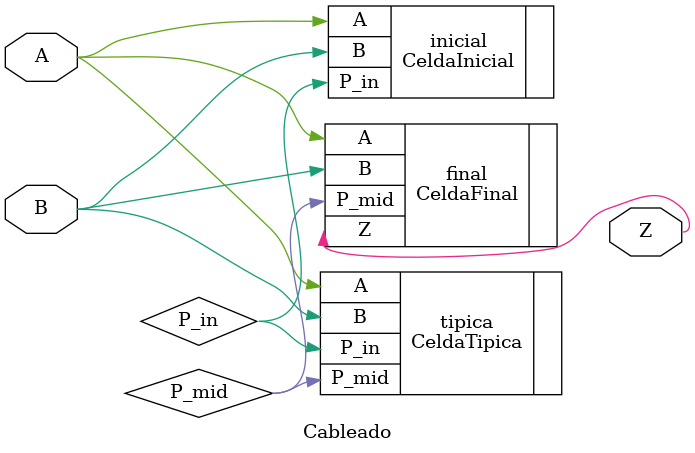
<source format=v>
module Cableado(
    output Z,
    input A,
    input B
    );

    wire P_in; // Cable intermedio entre CeldaInicial y CeldaTipica
    wire P_mid; // Cable intermedio entre CeldaTipica y CeldaFinal

    // Instancias de las celdas
    CeldaInicial inicial(
        .P_in(P_in),
        .A(A),
        .B(B)
    );

    CeldaTipica tipica(
        .P_mid(P_mid),
        .A(A),
        .B(B),
        .P_in(P_in)
    );

    CeldaFinal final(
        .Z(Z),
        .A(A),
        .B(B),
        .P_mid(P_mid)
    );

endmodule
</source>
